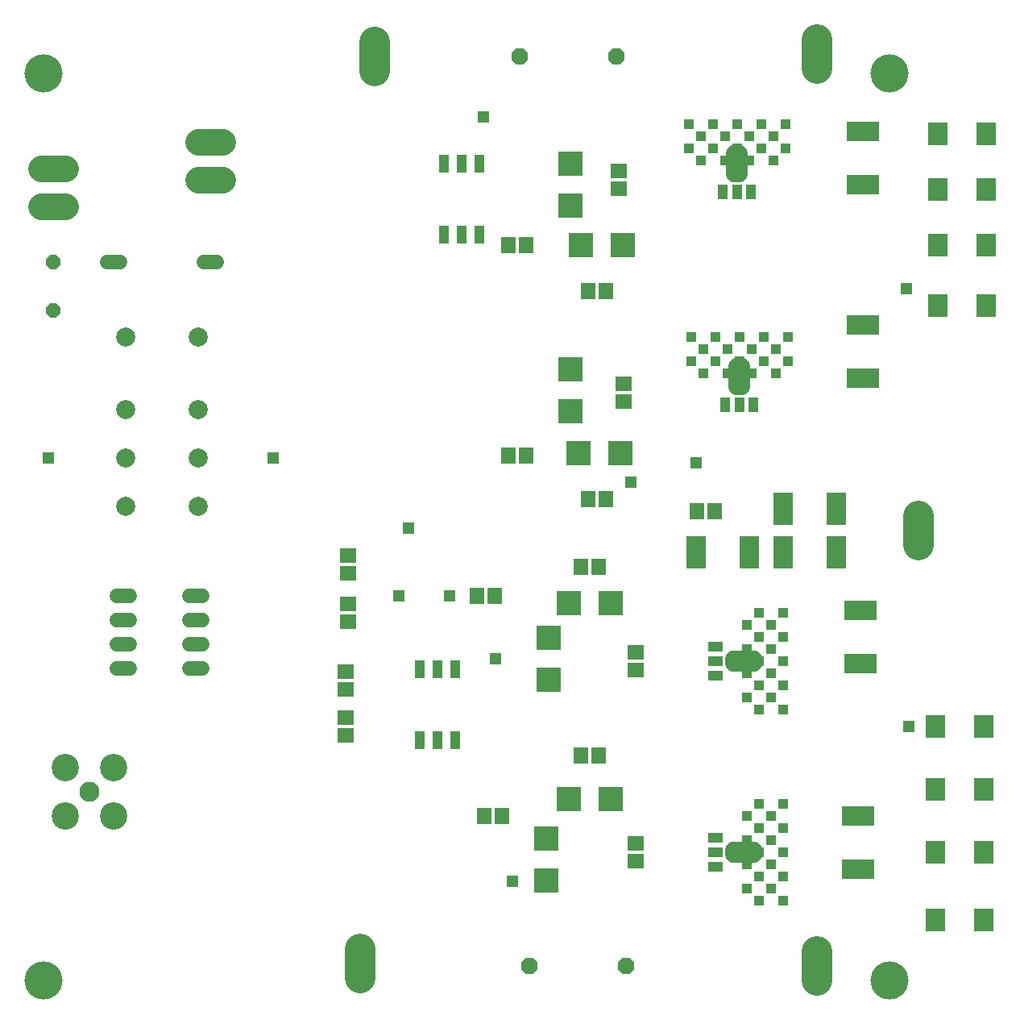
<source format=gts>
G75*
%MOIN*%
%OFA0B0*%
%FSLAX25Y25*%
%IPPOS*%
%LPD*%
%AMOC8*
5,1,8,0,0,1.08239X$1,22.5*
%
%ADD10C,0.15750*%
%ADD11C,0.10839*%
%ADD12C,0.08300*%
%ADD13C,0.11300*%
%ADD14R,0.05918X0.06706*%
%ADD15C,0.06000*%
%ADD16C,0.07887*%
%ADD17R,0.04300X0.07400*%
%ADD18R,0.13398X0.07887*%
%ADD19R,0.06312X0.03950*%
%ADD20C,0.06600*%
%ADD21R,0.06299X0.03937*%
%ADD22R,0.04300X0.04300*%
%ADD23R,0.03950X0.06312*%
%ADD24R,0.03937X0.06299*%
%ADD25C,0.12650*%
%ADD26R,0.10249X0.10249*%
%ADD27OC8,0.06000*%
%ADD28R,0.06706X0.05918*%
%ADD29OC8,0.06800*%
%ADD30R,0.07887X0.13398*%
%ADD31R,0.07887X0.09461*%
%ADD32R,0.04762X0.04762*%
D10*
X0026800Y0026000D03*
X0376800Y0026000D03*
X0376800Y0401000D03*
X0026800Y0401000D03*
D11*
X0025780Y0361795D02*
X0035820Y0361795D01*
X0035820Y0346205D02*
X0025780Y0346205D01*
X0090780Y0357205D02*
X0100820Y0357205D01*
X0100820Y0372795D02*
X0090780Y0372795D01*
D12*
X0045800Y0104000D03*
D13*
X0055839Y0093961D03*
X0055839Y0114039D03*
X0035761Y0114039D03*
X0035761Y0093961D03*
D14*
X0209060Y0094000D03*
X0216540Y0094000D03*
X0249060Y0119000D03*
X0256540Y0119000D03*
X0213540Y0185000D03*
X0206060Y0185000D03*
X0249060Y0197000D03*
X0256540Y0197000D03*
X0259540Y0225000D03*
X0252060Y0225000D03*
X0226540Y0243000D03*
X0219060Y0243000D03*
X0252060Y0311000D03*
X0259540Y0311000D03*
X0226540Y0330000D03*
X0219060Y0330000D03*
X0297060Y0220000D03*
X0304540Y0220000D03*
D15*
X0098400Y0323000D02*
X0093200Y0323000D01*
X0058400Y0323000D02*
X0053200Y0323000D01*
X0057200Y0185000D02*
X0062400Y0185000D01*
X0062400Y0175000D02*
X0057200Y0175000D01*
X0057200Y0165000D02*
X0062400Y0165000D01*
X0062400Y0155000D02*
X0057200Y0155000D01*
X0087200Y0155000D02*
X0092400Y0155000D01*
X0092400Y0165000D02*
X0087200Y0165000D01*
X0087200Y0175000D02*
X0092400Y0175000D01*
X0092400Y0185000D02*
X0087200Y0185000D01*
D16*
X0090800Y0222000D03*
X0090800Y0242000D03*
X0090800Y0262000D03*
X0060800Y0262000D03*
X0060800Y0242000D03*
X0060800Y0222000D03*
X0060800Y0292000D03*
X0090800Y0292000D03*
D17*
X0192500Y0334450D03*
X0199800Y0334450D03*
X0207100Y0334450D03*
X0207100Y0363550D03*
X0199800Y0363550D03*
X0192500Y0363550D03*
X0189800Y0154550D03*
X0182500Y0154550D03*
X0197100Y0154550D03*
X0197100Y0125450D03*
X0189800Y0125450D03*
X0182500Y0125450D03*
D18*
X0363800Y0094024D03*
X0363800Y0071976D03*
X0364800Y0156976D03*
X0364800Y0179024D03*
X0365800Y0274976D03*
X0365800Y0297024D03*
X0365800Y0354976D03*
X0365800Y0377024D03*
D19*
X0305001Y0163902D03*
X0305001Y0152098D03*
X0305001Y0084902D03*
X0305001Y0073098D03*
D20*
X0312216Y0077900D02*
X0312216Y0080100D01*
X0320786Y0080100D01*
X0320786Y0077900D01*
X0312216Y0077900D01*
X0312216Y0156900D02*
X0312216Y0159100D01*
X0320786Y0159100D01*
X0320786Y0156900D01*
X0312216Y0156900D01*
X0313700Y0271416D02*
X0315900Y0271416D01*
X0313700Y0271416D02*
X0313700Y0279986D01*
X0315900Y0279986D01*
X0315900Y0271416D01*
X0315900Y0278015D02*
X0313700Y0278015D01*
X0312700Y0359416D02*
X0314900Y0359416D01*
X0312700Y0359416D02*
X0312700Y0367986D01*
X0314900Y0367986D01*
X0314900Y0359416D01*
X0314900Y0366015D02*
X0312700Y0366015D01*
D21*
X0305005Y0158000D03*
X0305005Y0079000D03*
D22*
X0317800Y0074000D03*
X0322800Y0069000D03*
X0317800Y0064000D03*
X0322800Y0059000D03*
X0327800Y0064000D03*
X0332800Y0059000D03*
X0332800Y0069000D03*
X0327800Y0074000D03*
X0332800Y0079000D03*
X0327800Y0084000D03*
X0332800Y0089000D03*
X0327800Y0094000D03*
X0332800Y0099000D03*
X0322800Y0099000D03*
X0317800Y0094000D03*
X0322800Y0089000D03*
X0317800Y0084000D03*
X0322800Y0079000D03*
X0322800Y0138000D03*
X0317800Y0143000D03*
X0322800Y0148000D03*
X0317800Y0153000D03*
X0322800Y0158000D03*
X0317800Y0163000D03*
X0322800Y0168000D03*
X0317800Y0173000D03*
X0322800Y0178000D03*
X0327800Y0173000D03*
X0332800Y0168000D03*
X0327800Y0163000D03*
X0332800Y0158000D03*
X0327800Y0153000D03*
X0332800Y0148000D03*
X0327800Y0143000D03*
X0332800Y0138000D03*
X0332800Y0178000D03*
X0329800Y0277000D03*
X0324800Y0282000D03*
X0319800Y0287000D03*
X0314800Y0282000D03*
X0309800Y0287000D03*
X0304800Y0282000D03*
X0299800Y0277000D03*
X0294800Y0282000D03*
X0299800Y0287000D03*
X0294800Y0292000D03*
X0304800Y0292000D03*
X0314800Y0292000D03*
X0324800Y0292000D03*
X0329800Y0287000D03*
X0334800Y0282000D03*
X0334800Y0292000D03*
X0319800Y0277000D03*
X0309800Y0277000D03*
X0308800Y0365000D03*
X0303800Y0370000D03*
X0298800Y0365000D03*
X0293800Y0370000D03*
X0298800Y0375000D03*
X0293800Y0380000D03*
X0303800Y0380000D03*
X0308800Y0375000D03*
X0313800Y0370000D03*
X0318800Y0365000D03*
X0323800Y0370000D03*
X0318800Y0375000D03*
X0313800Y0380000D03*
X0323800Y0380000D03*
X0328800Y0375000D03*
X0333800Y0370000D03*
X0328800Y0365000D03*
X0333800Y0380000D03*
D23*
X0319702Y0352201D03*
X0307898Y0352201D03*
X0308898Y0264201D03*
X0320702Y0264201D03*
D24*
X0314800Y0264205D03*
X0313800Y0352205D03*
D25*
X0346800Y0403075D02*
X0346800Y0414925D01*
X0163800Y0413925D02*
X0163800Y0402075D01*
X0388800Y0217925D02*
X0388800Y0206075D01*
X0346800Y0037925D02*
X0346800Y0026075D01*
X0157800Y0027075D02*
X0157800Y0038925D01*
D26*
X0234800Y0067339D03*
X0234800Y0084661D03*
X0244139Y0101000D03*
X0261461Y0101000D03*
X0235800Y0150339D03*
X0235800Y0167661D03*
X0244139Y0182000D03*
X0261461Y0182000D03*
X0265461Y0244000D03*
X0248139Y0244000D03*
X0244800Y0261339D03*
X0244800Y0278661D03*
X0249139Y0330000D03*
X0244800Y0346339D03*
X0244800Y0363661D03*
X0266461Y0330000D03*
D27*
X0030800Y0323000D03*
X0030800Y0303000D03*
D28*
X0152800Y0201740D03*
X0152800Y0194260D03*
X0152800Y0181740D03*
X0152800Y0174260D03*
X0151800Y0153740D03*
X0151800Y0146260D03*
X0151800Y0134740D03*
X0151800Y0127260D03*
X0271800Y0154260D03*
X0271800Y0161740D03*
X0271800Y0082740D03*
X0271800Y0075260D03*
X0266800Y0265260D03*
X0266800Y0272740D03*
X0264800Y0353260D03*
X0264800Y0360740D03*
D29*
X0263800Y0408000D03*
X0223800Y0408000D03*
X0227800Y0032000D03*
X0267800Y0032000D03*
D30*
X0296776Y0203000D03*
X0318824Y0203000D03*
X0332776Y0203000D03*
X0332776Y0221000D03*
X0354824Y0221000D03*
X0354824Y0203000D03*
D31*
X0395761Y0131000D03*
X0415839Y0131000D03*
X0415839Y0105000D03*
X0395761Y0105000D03*
X0395761Y0079000D03*
X0415839Y0079000D03*
X0415839Y0051000D03*
X0395761Y0051000D03*
X0396761Y0305000D03*
X0416839Y0305000D03*
X0416839Y0330000D03*
X0396761Y0330000D03*
X0396761Y0353000D03*
X0416839Y0353000D03*
X0416839Y0376000D03*
X0396761Y0376000D03*
D32*
X0383800Y0312000D03*
X0296800Y0240000D03*
X0269800Y0232000D03*
X0194800Y0185000D03*
X0173800Y0185000D03*
X0177800Y0213000D03*
X0213800Y0159000D03*
X0121800Y0242000D03*
X0028800Y0242000D03*
X0208800Y0383000D03*
X0384800Y0131000D03*
X0220800Y0067000D03*
M02*

</source>
